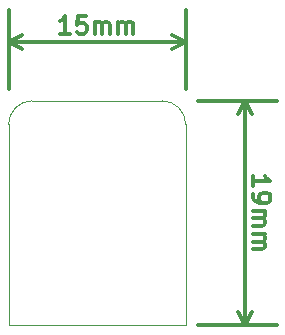
<source format=gbr>
G04 #@! TF.FileFunction,Drawing*
%FSLAX46Y46*%
G04 Gerber Fmt 4.6, Leading zero omitted, Abs format (unit mm)*
G04 Created by KiCad (PCBNEW 0.201411181401+5290~19~ubuntu14.10.1-product) date Tuesday 02 December 2014 10:39:05 PM IST*
%MOMM*%
G01*
G04 APERTURE LIST*
%ADD10C,0.100000*%
%ADD11C,0.300000*%
G04 APERTURE END LIST*
D10*
X110000000Y-32000000D02*
X110000000Y-49000000D01*
D11*
X130671429Y-37214286D02*
X130671429Y-36357143D01*
X130671429Y-36785715D02*
X132171429Y-36785715D01*
X131957143Y-36642858D01*
X131814286Y-36500000D01*
X131742857Y-36357143D01*
X130671429Y-37928571D02*
X130671429Y-38214286D01*
X130742857Y-38357143D01*
X130814286Y-38428571D01*
X131028571Y-38571429D01*
X131314286Y-38642857D01*
X131885714Y-38642857D01*
X132028571Y-38571429D01*
X132100000Y-38500000D01*
X132171429Y-38357143D01*
X132171429Y-38071429D01*
X132100000Y-37928571D01*
X132028571Y-37857143D01*
X131885714Y-37785714D01*
X131528571Y-37785714D01*
X131385714Y-37857143D01*
X131314286Y-37928571D01*
X131242857Y-38071429D01*
X131242857Y-38357143D01*
X131314286Y-38500000D01*
X131385714Y-38571429D01*
X131528571Y-38642857D01*
X130671429Y-39285714D02*
X131671429Y-39285714D01*
X131528571Y-39285714D02*
X131600000Y-39357142D01*
X131671429Y-39500000D01*
X131671429Y-39714285D01*
X131600000Y-39857142D01*
X131457143Y-39928571D01*
X130671429Y-39928571D01*
X131457143Y-39928571D02*
X131600000Y-40000000D01*
X131671429Y-40142857D01*
X131671429Y-40357142D01*
X131600000Y-40500000D01*
X131457143Y-40571428D01*
X130671429Y-40571428D01*
X130671429Y-41285714D02*
X131671429Y-41285714D01*
X131528571Y-41285714D02*
X131600000Y-41357142D01*
X131671429Y-41500000D01*
X131671429Y-41714285D01*
X131600000Y-41857142D01*
X131457143Y-41928571D01*
X130671429Y-41928571D01*
X131457143Y-41928571D02*
X131600000Y-42000000D01*
X131671429Y-42142857D01*
X131671429Y-42357142D01*
X131600000Y-42500000D01*
X131457143Y-42571428D01*
X130671429Y-42571428D01*
X130000000Y-30000000D02*
X130000000Y-49000000D01*
X126000000Y-30000000D02*
X132700000Y-30000000D01*
X126000000Y-49000000D02*
X132700000Y-49000000D01*
X130000000Y-49000000D02*
X129413579Y-47873496D01*
X130000000Y-49000000D02*
X130586421Y-47873496D01*
X130000000Y-30000000D02*
X129413579Y-31126504D01*
X130000000Y-30000000D02*
X130586421Y-31126504D01*
D10*
X125000000Y-49000000D02*
X125000000Y-46000000D01*
X110000000Y-49000000D02*
X125000000Y-49000000D01*
X125000000Y-46000000D02*
X125000000Y-44000000D01*
X125000000Y-44000000D02*
X125000000Y-32000000D01*
D11*
X115214286Y-24328571D02*
X114357143Y-24328571D01*
X114785715Y-24328571D02*
X114785715Y-22828571D01*
X114642858Y-23042857D01*
X114500000Y-23185714D01*
X114357143Y-23257143D01*
X116571429Y-22828571D02*
X115857143Y-22828571D01*
X115785714Y-23542857D01*
X115857143Y-23471429D01*
X116000000Y-23400000D01*
X116357143Y-23400000D01*
X116500000Y-23471429D01*
X116571429Y-23542857D01*
X116642857Y-23685714D01*
X116642857Y-24042857D01*
X116571429Y-24185714D01*
X116500000Y-24257143D01*
X116357143Y-24328571D01*
X116000000Y-24328571D01*
X115857143Y-24257143D01*
X115785714Y-24185714D01*
X117285714Y-24328571D02*
X117285714Y-23328571D01*
X117285714Y-23471429D02*
X117357142Y-23400000D01*
X117500000Y-23328571D01*
X117714285Y-23328571D01*
X117857142Y-23400000D01*
X117928571Y-23542857D01*
X117928571Y-24328571D01*
X117928571Y-23542857D02*
X118000000Y-23400000D01*
X118142857Y-23328571D01*
X118357142Y-23328571D01*
X118500000Y-23400000D01*
X118571428Y-23542857D01*
X118571428Y-24328571D01*
X119285714Y-24328571D02*
X119285714Y-23328571D01*
X119285714Y-23471429D02*
X119357142Y-23400000D01*
X119500000Y-23328571D01*
X119714285Y-23328571D01*
X119857142Y-23400000D01*
X119928571Y-23542857D01*
X119928571Y-24328571D01*
X119928571Y-23542857D02*
X120000000Y-23400000D01*
X120142857Y-23328571D01*
X120357142Y-23328571D01*
X120500000Y-23400000D01*
X120571428Y-23542857D01*
X120571428Y-24328571D01*
X110000000Y-25000000D02*
X125000000Y-25000000D01*
X110000000Y-29000000D02*
X110000000Y-22300000D01*
X125000000Y-29000000D02*
X125000000Y-22300000D01*
X125000000Y-25000000D02*
X123873496Y-25586421D01*
X125000000Y-25000000D02*
X123873496Y-24413579D01*
X110000000Y-25000000D02*
X111126504Y-25586421D01*
X110000000Y-25000000D02*
X111126504Y-24413579D01*
D10*
X123000000Y-30000000D02*
X112000000Y-30000000D01*
X125000000Y-32000000D02*
G75*
G03X123000000Y-30000000I-2000000J0D01*
G01*
X112000000Y-30000000D02*
G75*
G03X110000000Y-32000000I0J-2000000D01*
G01*
M02*

</source>
